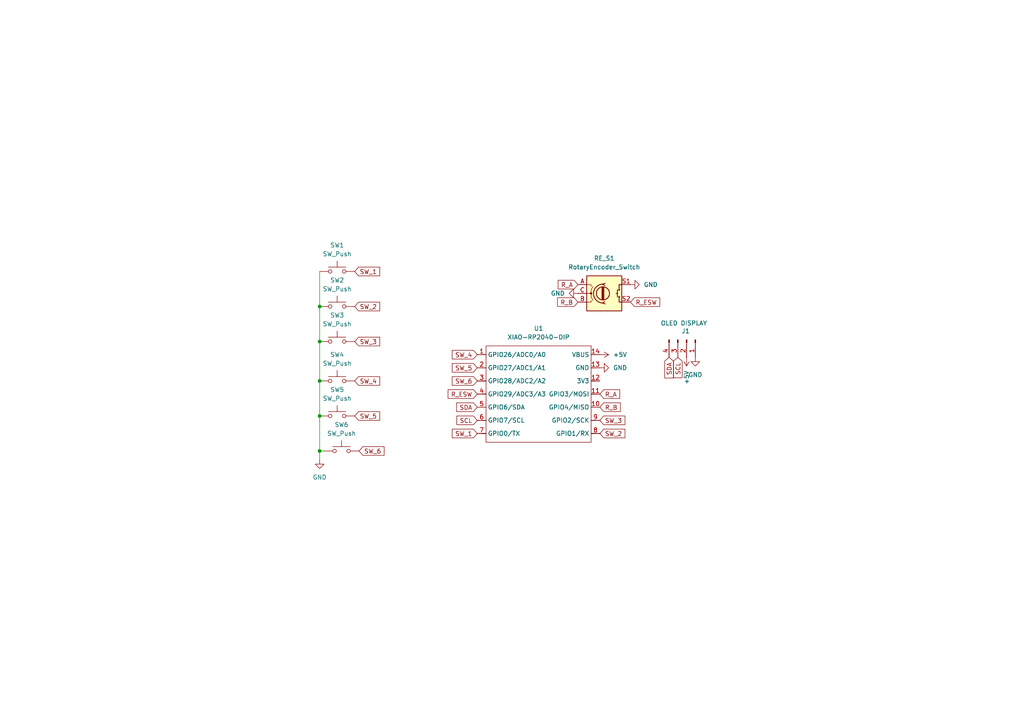
<source format=kicad_sch>
(kicad_sch (version 20250114) (generator "eeschema") (generator_version "9.0")
  (paper "A4")
  (lib_symbols
    (symbol "Connector:Conn_01x04_Pin" (pin_names (offset 1.016) (hide yes))
      (property "Reference" "J" (at 0 5.08 0))
      (property "Value" "Conn_01x04_Pin" (at 0 -7.62 0))
      (symbol "Conn_01x04_Pin_1_1"
        (rectangle (start 0.8636 2.667) (end 0 2.413) (stroke (width 0.1524)) (fill (type outline)))
        (rectangle (start 0.8636 0.127) (end 0 -0.127) (stroke (width 0.1524)) (fill (type outline)))
        (rectangle (start 0.8636 -2.413) (end 0 -2.667) (stroke (width 0.1524)) (fill (type outline)))
        (rectangle (start 0.8636 -4.953) (end 0 -5.207) (stroke (width 0.1524)) (fill (type outline)))
        (polyline (pts (xy 1.27 2.54) (xy 0.8636 2.54)) (stroke (width 0.1524)))
        (polyline (pts (xy 1.27 0) (xy 0.8636 0)) (stroke (width 0.1524)))
        (polyline (pts (xy 1.27 -2.54) (xy 0.8636 -2.54)) (stroke (width 0.1524)))
        (polyline (pts (xy 1.27 -5.08) (xy 0.8636 -5.08)) (stroke (width 0.1524)))
        (pin passive line (at 5.08 2.54 180) (length 3.81) (name "Pin_1") (number "1"))
        (pin passive line (at 5.08 0 180) (length 3.81) (name "Pin_2") (number "2"))
        (pin passive line (at 5.08 -2.54 180) (length 3.81) (name "Pin_3") (number "3"))
        (pin passive line (at 5.08 -5.08 180) (length 3.81) (name "Pin_4") (number "4"))
      )
    )
    (symbol "Device:RotaryEncoder_Switch" (pin_names (offset 0.254) (hide yes))
      (property "Reference" "SW" (at 0 6.604 0))
      (property "Value" "RotaryEncoder_Switch" (at 0 -6.604 0))
      (symbol "RotaryEncoder_Switch_0_1"
        (rectangle (start -5.08 5.08) (end 5.08 -5.08) (stroke (width 0.254)) (fill (type background)))
        (polyline (pts (xy -5.08 2.54) (xy -3.81 2.54) (xy -3.81 2.032)))
        (polyline (pts (xy -5.08 0) (xy -3.81 0) (xy -3.81 -1.016) (xy -3.302 -2.032)))
        (polyline (pts (xy -5.08 -2.54) (xy -3.81 -2.54) (xy -3.81 -2.032)))
        (polyline (pts (xy -4.318 0) (xy -3.81 0) (xy -3.81 1.016) (xy -3.302 2.032)))
        (circle (center -3.81 0) (radius 0.254) (fill (type outline)))
        (polyline (pts (xy -0.635 -1.778) (xy -0.635 1.778)) (stroke (width 0.254)))
        (circle (center -0.381 0) (radius 1.905) (stroke (width 0.254)))
        (polyline (pts (xy -0.381 -1.778) (xy -0.381 1.778)) (stroke (width 0.254)))
        (arc (start -0.381 -2.794) (mid -3.0988 -0.0635) (end -0.381 2.667) (stroke (width 0.254)))
        (polyline (pts (xy -0.127 1.778) (xy -0.127 -1.778)) (stroke (width 0.254)))
        (polyline (pts (xy 0.254 2.921) (xy -0.508 2.667) (xy 0.127 2.286)) (stroke (width 0.254)))
        (polyline (pts (xy 0.254 -3.048) (xy -0.508 -2.794) (xy 0.127 -2.413)) (stroke (width 0.254)))
        (polyline (pts (xy 3.81 1.016) (xy 3.81 -1.016)) (stroke (width 0.254)))
        (polyline (pts (xy 3.81 0) (xy 3.429 0)) (stroke (width 0.254)))
        (circle (center 4.318 1.016) (radius 0.127) (stroke (width 0.254)))
        (circle (center 4.318 -1.016) (radius 0.127) (stroke (width 0.254)))
        (polyline (pts (xy 5.08 2.54) (xy 4.318 2.54) (xy 4.318 1.016)) (stroke (width 0.254)))
        (polyline (pts (xy 5.08 -2.54) (xy 4.318 -2.54) (xy 4.318 -1.016)) (stroke (width 0.254)))
      )
      (symbol "RotaryEncoder_Switch_1_1"
        (pin passive line (at -7.62 2.54 0) (length 2.54) (name "A") (number "A"))
        (pin passive line (at -7.62 0 0) (length 2.54) (name "C") (number "C"))
        (pin passive line (at -7.62 -2.54 0) (length 2.54) (name "B") (number "B"))
        (pin passive line (at 7.62 2.54 180) (length 2.54) (name "S1") (number "S1"))
        (pin passive line (at 7.62 -2.54 180) (length 2.54) (name "S2") (number "S2"))
      )
    )
    (symbol "OPL Library:XIAO-RP2040-DIP"
      (property "Reference" "U" (at 0 0 0))
      (property "Value" "XIAO-RP2040-DIP" (at 5.334 -1.778 0))
      (symbol "XIAO-RP2040-DIP_1_0"
        (polyline (pts (xy -1.27 -2.54) (xy 29.21 -2.54)) (stroke (width 0.1524)))
        (polyline (pts (xy -1.27 -5.08) (xy -2.54 -5.08)) (stroke (width 0.1524)))
        (polyline (pts (xy -1.27 -5.08) (xy -1.27 -2.54)) (stroke (width 0.1524)))
        (polyline (pts (xy -1.27 -8.89) (xy -2.54 -8.89)) (stroke (width 0.1524)))
        (polyline (pts (xy -1.27 -8.89) (xy -1.27 -5.08)) (stroke (width 0.1524)))
        (polyline (pts (xy -1.27 -12.7) (xy -2.54 -12.7)) (stroke (width 0.1524)))
        (polyline (pts (xy -1.27 -12.7) (xy -1.27 -8.89)) (stroke (width 0.1524)))
        (polyline (pts (xy -1.27 -16.51) (xy -2.54 -16.51)) (stroke (width 0.1524)))
        (polyline (pts (xy -1.27 -16.51) (xy -1.27 -12.7)) (stroke (width 0.1524)))
        (polyline (pts (xy -1.27 -20.32) (xy -2.54 -20.32)) (stroke (width 0.1524)))
        (polyline (pts (xy -1.27 -24.13) (xy -2.54 -24.13)) (stroke (width 0.1524)))
        (polyline (pts (xy -1.27 -27.94) (xy -2.54 -27.94)) (stroke (width 0.1524)))
        (polyline (pts (xy -1.27 -30.48) (xy -1.27 -16.51)) (stroke (width 0.1524)))
        (polyline (pts (xy 29.21 -2.54) (xy 29.21 -5.08)) (stroke (width 0.1524)))
        (polyline (pts (xy 29.21 -5.08) (xy 29.21 -8.89)) (stroke (width 0.1524)))
        (polyline (pts (xy 29.21 -8.89) (xy 29.21 -12.7)) (stroke (width 0.1524)))
        (polyline (pts (xy 29.21 -12.7) (xy 29.21 -30.48)) (stroke (width 0.1524)))
        (polyline (pts (xy 29.21 -30.48) (xy -1.27 -30.48)) (stroke (width 0.1524)))
        (polyline (pts (xy 30.48 -5.08) (xy 29.21 -5.08)) (stroke (width 0.1524)))
        (polyline (pts (xy 30.48 -8.89) (xy 29.21 -8.89)) (stroke (width 0.1524)))
        (polyline (pts (xy 30.48 -12.7) (xy 29.21 -12.7)) (stroke (width 0.1524)))
        (polyline (pts (xy 30.48 -16.51) (xy 29.21 -16.51)) (stroke (width 0.1524)))
        (polyline (pts (xy 30.48 -20.32) (xy 29.21 -20.32)) (stroke (width 0.1524)))
        (polyline (pts (xy 30.48 -24.13) (xy 29.21 -24.13)) (stroke (width 0.1524)))
        (polyline (pts (xy 30.48 -27.94) (xy 29.21 -27.94)) (stroke (width 0.1524)))
        (pin passive line (at -3.81 -5.08 0) (length 2.54) (name "GPIO26/ADC0/A0") (number "1"))
        (pin passive line (at -3.81 -8.89 0) (length 2.54) (name "GPIO27/ADC1/A1") (number "2"))
        (pin passive line (at -3.81 -12.7 0) (length 2.54) (name "GPIO28/ADC2/A2") (number "3"))
        (pin passive line (at -3.81 -16.51 0) (length 2.54) (name "GPIO29/ADC3/A3") (number "4"))
        (pin passive line (at -3.81 -20.32 0) (length 2.54) (name "GPIO6/SDA") (number "5"))
        (pin passive line (at -3.81 -24.13 0) (length 2.54) (name "GPIO7/SCL") (number "6"))
        (pin passive line (at -3.81 -27.94 0) (length 2.54) (name "GPIO0/TX") (number "7"))
        (pin passive line (at 31.75 -5.08 180) (length 2.54) (name "VBUS") (number "14"))
        (pin passive line (at 31.75 -8.89 180) (length 2.54) (name "GND") (number "13"))
        (pin passive line (at 31.75 -12.7 180) (length 2.54) (name "3V3") (number "12"))
        (pin passive line (at 31.75 -16.51 180) (length 2.54) (name "GPIO3/MOSI") (number "11"))
        (pin passive line (at 31.75 -20.32 180) (length 2.54) (name "GPIO4/MISO") (number "10"))
        (pin passive line (at 31.75 -24.13 180) (length 2.54) (name "GPIO2/SCK") (number "9"))
        (pin passive line (at 31.75 -27.94 180) (length 2.54) (name "GPIO1/RX") (number "8"))
      )
    )
    (symbol "Switch:SW_Push" (pin_numbers (hide yes)) (pin_names (offset 1.016) (hide yes))
      (property "Reference" "SW" (at 1.27 2.54 0))
      (property "Value" "SW_Push" (at 0 -1.524 0))
      (symbol "SW_Push_0_1"
        (circle (center -2.032 0) (radius 0.508))
        (polyline (pts (xy 0 1.27) (xy 0 3.048)))
        (circle (center 2.032 0) (radius 0.508))
        (polyline (pts (xy 2.54 1.27) (xy -2.54 1.27)))
        (pin passive line (at -5.08 0 0) (length 2.54) (name "1") (number "1"))
        (pin passive line (at 5.08 0 180) (length 2.54) (name "2") (number "2"))
      )
    )
    (symbol "power:+5V" (power) (pin_numbers (hide yes)) (pin_names (offset 0) (hide yes))
      (property "Value" "+5V" (at 0 3.556 0))
      (symbol "+5V_0_1"
        (polyline (pts (xy -0.762 1.27) (xy 0 2.54)))
        (polyline (pts (xy 0 2.54) (xy 0.762 1.27)))
        (polyline (pts (xy 0 0) (xy 0 2.54)))
      )
      (symbol "+5V_1_1"
        (pin power_in line (at 0 0 90) (length 0) (name "~") (number "1"))
      )
    )
    (symbol "power:GND" (power) (pin_numbers (hide yes)) (pin_names (offset 0) (hide yes))
      (property "Value" "GND" (at 0 -3.81 0))
      (symbol "GND_0_1"
        (polyline (pts (xy 0 0) (xy 0 -1.27) (xy 1.27 -1.27) (xy 0 -2.54) (xy -1.27 -1.27) (xy 0 -1.27)))
      )
      (symbol "GND_1_1"
        (pin power_in line (at 0 0 270) (length 0) (name "~") (number "1"))
      )
    )
  )
  (junction (at 92.71 110.49))
  (junction (at 92.71 99.06))
  (junction (at 92.71 130.81))
  (junction (at 92.71 88.9))
  (junction (at 92.71 120.65))
  (wire (pts (xy 92.71 120.65) (xy 92.71 130.81)))
  (wire (pts (xy 92.71 133.35) (xy 92.71 130.81)))
  (wire (pts (xy 92.71 99.06) (xy 92.71 110.49)))
  (wire (pts (xy 92.71 88.9) (xy 92.71 99.06)))
  (wire (pts (xy 92.71 78.74) (xy 92.71 88.9)))
  (wire (pts (xy 92.71 130.81) (xy 93.98 130.81)))
  (wire (pts (xy 92.71 110.49) (xy 92.71 120.65)))
  (global_label "SW_2" (shape input) (at 102.87 88.9 0) (property "Intersheetrefs" "${INTERSHEET_REFS}" (effects (hide yes))))
  (global_label "R_ESW" (shape input) (at 182.88 87.63 0) (property "Intersheetrefs" "${INTERSHEET_REFS}" (effects (hide yes))))
  (global_label "SCL" (shape input) (at 138.43 121.92 180) (property "Intersheetrefs" "${INTERSHEET_REFS}" (effects (hide yes))))
  (global_label "R_ESW" (shape input) (at 138.43 114.3 180) (property "Intersheetrefs" "${INTERSHEET_REFS}" (effects (hide yes))))
  (global_label "SW_6" (shape input) (at 104.14 130.81 0) (property "Intersheetrefs" "${INTERSHEET_REFS}" (effects (hide yes))))
  (global_label "R_A" (shape input) (at 173.99 114.3 0) (property "Intersheetrefs" "${INTERSHEET_REFS}" (effects (hide yes))))
  (global_label "SW_1" (shape input) (at 102.87 78.74 0) (property "Intersheetrefs" "${INTERSHEET_REFS}" (effects (hide yes))))
  (global_label "R_B" (shape input) (at 167.64 87.63 180) (property "Intersheetrefs" "${INTERSHEET_REFS}" (effects (hide yes))))
  (global_label "SW_1" (shape input) (at 138.43 125.73 180) (property "Intersheetrefs" "${INTERSHEET_REFS}" (effects (hide yes))))
  (global_label "SW_5" (shape input) (at 138.43 106.68 180) (property "Intersheetrefs" "${INTERSHEET_REFS}" (effects (hide yes))))
  (global_label "SW_4" (shape input) (at 102.87 110.49 0) (property "Intersheetrefs" "${INTERSHEET_REFS}" (effects (hide yes))))
  (global_label "SDA" (shape input) (at 138.43 118.11 180) (property "Intersheetrefs" "${INTERSHEET_REFS}" (effects (hide yes))))
  (global_label "SW_4" (shape input) (at 138.43 102.87 180) (property "Intersheetrefs" "${INTERSHEET_REFS}" (effects (hide yes))))
  (global_label "R_A" (shape input) (at 167.64 82.55 180) (property "Intersheetrefs" "${INTERSHEET_REFS}" (effects (hide yes))))
  (global_label "SW_6" (shape input) (at 138.43 110.49 180) (property "Intersheetrefs" "${INTERSHEET_REFS}" (effects (hide yes))))
  (global_label "R_B" (shape input) (at 173.99 118.11 0) (property "Intersheetrefs" "${INTERSHEET_REFS}" (effects (hide yes))))
  (global_label "SW_2" (shape input) (at 173.99 125.73 0) (property "Intersheetrefs" "${INTERSHEET_REFS}" (effects (hide yes))))
  (global_label "SW_3" (shape input) (at 102.87 99.06 0) (property "Intersheetrefs" "${INTERSHEET_REFS}" (effects (hide yes))))
  (global_label "SCL" (shape input) (at 196.596 103.632 270) (property "Intersheetrefs" "${INTERSHEET_REFS}" (effects (hide yes))))
  (global_label "SW_3" (shape input) (at 173.99 121.92 0) (property "Intersheetrefs" "${INTERSHEET_REFS}" (effects (hide yes))))
  (global_label "SDA" (shape input) (at 194.056 103.632 270) (property "Intersheetrefs" "${INTERSHEET_REFS}" (effects (hide yes))))
  (global_label "SW_5" (shape input) (at 102.87 120.65 0) (property "Intersheetrefs" "${INTERSHEET_REFS}" (effects (hide yes))))
  (symbol (lib_id "power:GND") (at 92.71 133.35 0) (unit 1)
    (property "Reference" "#PWR012" (effects (hide yes)))
    (property "Value" "GND" (at 92.71 138.43 0))
    (property "Description" "Power symbol creates a global label with name \"GND\" , ground" (effects (hide yes)))
  )
  (symbol (lib_id "power:GND") (at 201.676 103.632 0) (unit 1)
    (property "Reference" "#PWR010" (effects (hide yes)))
    (property "Value" "GND" (at 201.676 108.712 0))
    (property "Description" "Power symbol creates a global label with name \"GND\" , ground" (effects (hide yes)))
  )
  (symbol (lib_id "OPL Library:XIAO-RP2040-DIP") (at 142.24 97.79 0) (unit 1)
    (property "Reference" "U1" (at 156.21 95.25 0))
    (property "Value" "XIAO-RP2040-DIP" (at 156.21 97.79 0))
    (property "Footprint" "OPL lib:XIAO-RP2040-DIP" (effects (hide yes)))
  )
  (symbol (lib_id "Switch:SW_Push") (at 97.79 99.06 0) (unit 1)
    (property "Reference" "SW3" (at 97.79 91.44 0))
    (property "Value" "SW_Push" (at 97.79 93.98 0))
    (property "Footprint" "Button_Switch_Keyboard:SW_Cherry_MX_1.00u_PCB" (effects (hide yes)))
    (property "Description" "Push button switch, generic, two pins" (effects (hide yes)))
  )
  (symbol (lib_id "Device:RotaryEncoder_Switch") (at 175.26 85.09 0) (unit 1)
    (property "Reference" "RE_S1" (at 175.26 74.93 0))
    (property "Value" "RotaryEncoder_Switch" (at 175.26 77.47 0))
    (property "Footprint" "ROtary enc:RotaryEncoder_Alps_EC11E-Switch_Vertical_H20mm" (effects (hide yes)))
    (property "Description" "Rotary encoder, dual channel, incremental quadrate outputs, with switch" (effects (hide yes)))
  )
  (symbol (lib_id "power:GND") (at 167.64 85.09 270) (unit 1)
    (property "Reference" "#PWR017" (effects (hide yes)))
    (property "Value" "GND" (at 163.83 85.0899 90) (effects (justify right)))
    (property "Description" "Power symbol creates a global label with name \"GND\" , ground" (effects (hide yes)))
  )
  (symbol (lib_id "power:GND") (at 182.88 82.55 90) (unit 1)
    (property "Reference" "#PWR016" (effects (hide yes)))
    (property "Value" "GND" (at 186.69 82.5499 90) (effects (justify right)))
    (property "Description" "Power symbol creates a global label with name \"GND\" , ground" (effects (hide yes)))
  )
  (symbol (lib_id "power:GND") (at 173.99 106.68 90) (unit 1)
    (property "Reference" "#PWR09" (effects (hide yes)))
    (property "Value" "GND" (at 177.8 106.6799 90) (effects (justify right)))
    (property "Description" "Power symbol creates a global label with name \"GND\" , ground" (effects (hide yes)))
  )
  (symbol (lib_id "Switch:SW_Push") (at 97.79 110.49 0) (unit 1)
    (property "Reference" "SW4" (at 97.79 102.87 0))
    (property "Value" "SW_Push" (at 97.79 105.41 0))
    (property "Footprint" "Button_Switch_Keyboard:SW_Cherry_MX_1.00u_PCB" (effects (hide yes)))
    (property "Description" "Push button switch, generic, two pins" (effects (hide yes)))
  )
  (symbol (lib_id "Switch:SW_Push") (at 97.79 88.9 0) (unit 1)
    (property "Reference" "SW2" (at 97.79 81.28 0))
    (property "Value" "SW_Push" (at 97.79 83.82 0))
    (property "Footprint" "Button_Switch_Keyboard:SW_Cherry_MX_1.00u_PCB" (effects (hide yes)))
    (property "Description" "Push button switch, generic, two pins" (effects (hide yes)))
  )
  (symbol (lib_id "Switch:SW_Push") (at 99.06 130.81 0) (unit 1)
    (property "Reference" "SW6" (at 99.06 123.19 0))
    (property "Value" "SW_Push" (at 99.06 125.73 0))
    (property "Footprint" "Button_Switch_Keyboard:SW_Cherry_MX_1.00u_PCB" (effects (hide yes)))
    (property "Description" "Push button switch, generic, two pins" (effects (hide yes)))
  )
  (symbol (lib_id "power:+5V") (at 199.136 103.632 180) (unit 1)
    (property "Reference" "#PWR013" (effects (hide yes)))
    (property "Value" "+5V" (at 199.1359 107.442 90) (effects (justify left)))
    (property "Description" "Power symbol creates a global label with name \"+5V\"" (effects (hide yes)))
  )
  (symbol (lib_id "Switch:SW_Push") (at 97.79 78.74 0) (unit 1)
    (property "Reference" "SW1" (at 97.79 71.12 0))
    (property "Value" "SW_Push" (at 97.79 73.66 0))
    (property "Footprint" "Button_Switch_Keyboard:SW_Cherry_MX_1.00u_PCB" (effects (hide yes)))
    (property "Description" "Push button switch, generic, two pins" (effects (hide yes)))
  )
  (symbol (lib_id "power:+5V") (at 173.99 102.87 270) (unit 1)
    (property "Reference" "#PWR014" (effects (hide yes)))
    (property "Value" "+5V" (at 177.8 102.8699 90) (effects (justify left)))
    (property "Description" "Power symbol creates a global label with name \"+5V\"" (effects (hide yes)))
  )
  (symbol (lib_id "Switch:SW_Push") (at 97.79 120.65 0) (unit 1)
    (property "Reference" "SW5" (at 97.79 113.03 0))
    (property "Value" "SW_Push" (at 97.79 115.57 0))
    (property "Footprint" "Button_Switch_Keyboard:SW_Cherry_MX_1.00u_PCB" (effects (hide yes)))
    (property "Description" "Push button switch, generic, two pins" (effects (hide yes)))
  )
  (symbol (lib_id "Connector:Conn_01x04_Pin") (at 199.136 98.552 270) (unit 1)
    (property "Reference" "J1" (at 198.882 96.012 90))
    (property "Value" "OLED DISPLAY" (at 198.374 93.726 90))
    (property "Footprint" "OLED DISPLAY:SSD1306-0.91-OLED-4pin-128x32" (effects (hide yes)))
    (property "Description" "Generic connector, single row, 01x04, script generated" (effects (hide yes)))
  )
)
</source>
